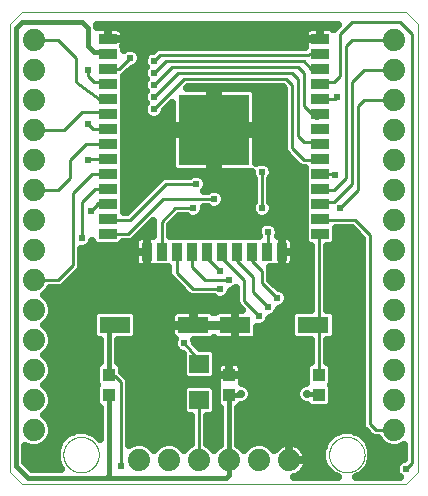
<source format=gtl>
G75*
%MOIN*%
%OFA0B0*%
%FSLAX25Y25*%
%IPPOS*%
%LPD*%
%AMOC8*
5,1,8,0,0,1.08239X$1,22.5*
%
%ADD10C,0.00000*%
%ADD11R,0.03937X0.04331*%
%ADD12R,0.04331X0.03937*%
%ADD13R,0.05906X0.03543*%
%ADD14R,0.03543X0.05906*%
%ADD15R,0.23622X0.23622*%
%ADD16R,0.10433X0.05512*%
%ADD17R,0.06600X0.06000*%
%ADD18C,0.07400*%
%ADD19C,0.02500*%
%ADD20C,0.02400*%
%ADD21C,0.01600*%
%ADD22C,0.02800*%
%ADD23C,0.01000*%
D10*
X0002250Y0006187D02*
X0006187Y0002250D01*
X0134140Y0002250D01*
X0138077Y0006187D01*
X0138077Y0155793D01*
X0134140Y0159730D01*
X0006187Y0159730D01*
X0002250Y0155793D01*
X0002250Y0006187D01*
X0019966Y0012093D02*
X0019968Y0012246D01*
X0019974Y0012400D01*
X0019984Y0012553D01*
X0019998Y0012705D01*
X0020016Y0012858D01*
X0020038Y0013009D01*
X0020063Y0013160D01*
X0020093Y0013311D01*
X0020127Y0013461D01*
X0020164Y0013609D01*
X0020205Y0013757D01*
X0020250Y0013903D01*
X0020299Y0014049D01*
X0020352Y0014193D01*
X0020408Y0014335D01*
X0020468Y0014476D01*
X0020532Y0014616D01*
X0020599Y0014754D01*
X0020670Y0014890D01*
X0020745Y0015024D01*
X0020822Y0015156D01*
X0020904Y0015286D01*
X0020988Y0015414D01*
X0021076Y0015540D01*
X0021167Y0015663D01*
X0021261Y0015784D01*
X0021359Y0015902D01*
X0021459Y0016018D01*
X0021563Y0016131D01*
X0021669Y0016242D01*
X0021778Y0016350D01*
X0021890Y0016455D01*
X0022004Y0016556D01*
X0022122Y0016655D01*
X0022241Y0016751D01*
X0022363Y0016844D01*
X0022488Y0016933D01*
X0022615Y0017020D01*
X0022744Y0017102D01*
X0022875Y0017182D01*
X0023008Y0017258D01*
X0023143Y0017331D01*
X0023280Y0017400D01*
X0023419Y0017465D01*
X0023559Y0017527D01*
X0023701Y0017585D01*
X0023844Y0017640D01*
X0023989Y0017691D01*
X0024135Y0017738D01*
X0024282Y0017781D01*
X0024430Y0017820D01*
X0024579Y0017856D01*
X0024729Y0017887D01*
X0024880Y0017915D01*
X0025031Y0017939D01*
X0025184Y0017959D01*
X0025336Y0017975D01*
X0025489Y0017987D01*
X0025642Y0017995D01*
X0025795Y0017999D01*
X0025949Y0017999D01*
X0026102Y0017995D01*
X0026255Y0017987D01*
X0026408Y0017975D01*
X0026560Y0017959D01*
X0026713Y0017939D01*
X0026864Y0017915D01*
X0027015Y0017887D01*
X0027165Y0017856D01*
X0027314Y0017820D01*
X0027462Y0017781D01*
X0027609Y0017738D01*
X0027755Y0017691D01*
X0027900Y0017640D01*
X0028043Y0017585D01*
X0028185Y0017527D01*
X0028325Y0017465D01*
X0028464Y0017400D01*
X0028601Y0017331D01*
X0028736Y0017258D01*
X0028869Y0017182D01*
X0029000Y0017102D01*
X0029129Y0017020D01*
X0029256Y0016933D01*
X0029381Y0016844D01*
X0029503Y0016751D01*
X0029622Y0016655D01*
X0029740Y0016556D01*
X0029854Y0016455D01*
X0029966Y0016350D01*
X0030075Y0016242D01*
X0030181Y0016131D01*
X0030285Y0016018D01*
X0030385Y0015902D01*
X0030483Y0015784D01*
X0030577Y0015663D01*
X0030668Y0015540D01*
X0030756Y0015414D01*
X0030840Y0015286D01*
X0030922Y0015156D01*
X0030999Y0015024D01*
X0031074Y0014890D01*
X0031145Y0014754D01*
X0031212Y0014616D01*
X0031276Y0014476D01*
X0031336Y0014335D01*
X0031392Y0014193D01*
X0031445Y0014049D01*
X0031494Y0013903D01*
X0031539Y0013757D01*
X0031580Y0013609D01*
X0031617Y0013461D01*
X0031651Y0013311D01*
X0031681Y0013160D01*
X0031706Y0013009D01*
X0031728Y0012858D01*
X0031746Y0012705D01*
X0031760Y0012553D01*
X0031770Y0012400D01*
X0031776Y0012246D01*
X0031778Y0012093D01*
X0031776Y0011940D01*
X0031770Y0011786D01*
X0031760Y0011633D01*
X0031746Y0011481D01*
X0031728Y0011328D01*
X0031706Y0011177D01*
X0031681Y0011026D01*
X0031651Y0010875D01*
X0031617Y0010725D01*
X0031580Y0010577D01*
X0031539Y0010429D01*
X0031494Y0010283D01*
X0031445Y0010137D01*
X0031392Y0009993D01*
X0031336Y0009851D01*
X0031276Y0009710D01*
X0031212Y0009570D01*
X0031145Y0009432D01*
X0031074Y0009296D01*
X0030999Y0009162D01*
X0030922Y0009030D01*
X0030840Y0008900D01*
X0030756Y0008772D01*
X0030668Y0008646D01*
X0030577Y0008523D01*
X0030483Y0008402D01*
X0030385Y0008284D01*
X0030285Y0008168D01*
X0030181Y0008055D01*
X0030075Y0007944D01*
X0029966Y0007836D01*
X0029854Y0007731D01*
X0029740Y0007630D01*
X0029622Y0007531D01*
X0029503Y0007435D01*
X0029381Y0007342D01*
X0029256Y0007253D01*
X0029129Y0007166D01*
X0029000Y0007084D01*
X0028869Y0007004D01*
X0028736Y0006928D01*
X0028601Y0006855D01*
X0028464Y0006786D01*
X0028325Y0006721D01*
X0028185Y0006659D01*
X0028043Y0006601D01*
X0027900Y0006546D01*
X0027755Y0006495D01*
X0027609Y0006448D01*
X0027462Y0006405D01*
X0027314Y0006366D01*
X0027165Y0006330D01*
X0027015Y0006299D01*
X0026864Y0006271D01*
X0026713Y0006247D01*
X0026560Y0006227D01*
X0026408Y0006211D01*
X0026255Y0006199D01*
X0026102Y0006191D01*
X0025949Y0006187D01*
X0025795Y0006187D01*
X0025642Y0006191D01*
X0025489Y0006199D01*
X0025336Y0006211D01*
X0025184Y0006227D01*
X0025031Y0006247D01*
X0024880Y0006271D01*
X0024729Y0006299D01*
X0024579Y0006330D01*
X0024430Y0006366D01*
X0024282Y0006405D01*
X0024135Y0006448D01*
X0023989Y0006495D01*
X0023844Y0006546D01*
X0023701Y0006601D01*
X0023559Y0006659D01*
X0023419Y0006721D01*
X0023280Y0006786D01*
X0023143Y0006855D01*
X0023008Y0006928D01*
X0022875Y0007004D01*
X0022744Y0007084D01*
X0022615Y0007166D01*
X0022488Y0007253D01*
X0022363Y0007342D01*
X0022241Y0007435D01*
X0022122Y0007531D01*
X0022004Y0007630D01*
X0021890Y0007731D01*
X0021778Y0007836D01*
X0021669Y0007944D01*
X0021563Y0008055D01*
X0021459Y0008168D01*
X0021359Y0008284D01*
X0021261Y0008402D01*
X0021167Y0008523D01*
X0021076Y0008646D01*
X0020988Y0008772D01*
X0020904Y0008900D01*
X0020822Y0009030D01*
X0020745Y0009162D01*
X0020670Y0009296D01*
X0020599Y0009432D01*
X0020532Y0009570D01*
X0020468Y0009710D01*
X0020408Y0009851D01*
X0020352Y0009993D01*
X0020299Y0010137D01*
X0020250Y0010283D01*
X0020205Y0010429D01*
X0020164Y0010577D01*
X0020127Y0010725D01*
X0020093Y0010875D01*
X0020063Y0011026D01*
X0020038Y0011177D01*
X0020016Y0011328D01*
X0019998Y0011481D01*
X0019984Y0011633D01*
X0019974Y0011786D01*
X0019968Y0011940D01*
X0019966Y0012093D01*
X0108549Y0012093D02*
X0108551Y0012246D01*
X0108557Y0012400D01*
X0108567Y0012553D01*
X0108581Y0012705D01*
X0108599Y0012858D01*
X0108621Y0013009D01*
X0108646Y0013160D01*
X0108676Y0013311D01*
X0108710Y0013461D01*
X0108747Y0013609D01*
X0108788Y0013757D01*
X0108833Y0013903D01*
X0108882Y0014049D01*
X0108935Y0014193D01*
X0108991Y0014335D01*
X0109051Y0014476D01*
X0109115Y0014616D01*
X0109182Y0014754D01*
X0109253Y0014890D01*
X0109328Y0015024D01*
X0109405Y0015156D01*
X0109487Y0015286D01*
X0109571Y0015414D01*
X0109659Y0015540D01*
X0109750Y0015663D01*
X0109844Y0015784D01*
X0109942Y0015902D01*
X0110042Y0016018D01*
X0110146Y0016131D01*
X0110252Y0016242D01*
X0110361Y0016350D01*
X0110473Y0016455D01*
X0110587Y0016556D01*
X0110705Y0016655D01*
X0110824Y0016751D01*
X0110946Y0016844D01*
X0111071Y0016933D01*
X0111198Y0017020D01*
X0111327Y0017102D01*
X0111458Y0017182D01*
X0111591Y0017258D01*
X0111726Y0017331D01*
X0111863Y0017400D01*
X0112002Y0017465D01*
X0112142Y0017527D01*
X0112284Y0017585D01*
X0112427Y0017640D01*
X0112572Y0017691D01*
X0112718Y0017738D01*
X0112865Y0017781D01*
X0113013Y0017820D01*
X0113162Y0017856D01*
X0113312Y0017887D01*
X0113463Y0017915D01*
X0113614Y0017939D01*
X0113767Y0017959D01*
X0113919Y0017975D01*
X0114072Y0017987D01*
X0114225Y0017995D01*
X0114378Y0017999D01*
X0114532Y0017999D01*
X0114685Y0017995D01*
X0114838Y0017987D01*
X0114991Y0017975D01*
X0115143Y0017959D01*
X0115296Y0017939D01*
X0115447Y0017915D01*
X0115598Y0017887D01*
X0115748Y0017856D01*
X0115897Y0017820D01*
X0116045Y0017781D01*
X0116192Y0017738D01*
X0116338Y0017691D01*
X0116483Y0017640D01*
X0116626Y0017585D01*
X0116768Y0017527D01*
X0116908Y0017465D01*
X0117047Y0017400D01*
X0117184Y0017331D01*
X0117319Y0017258D01*
X0117452Y0017182D01*
X0117583Y0017102D01*
X0117712Y0017020D01*
X0117839Y0016933D01*
X0117964Y0016844D01*
X0118086Y0016751D01*
X0118205Y0016655D01*
X0118323Y0016556D01*
X0118437Y0016455D01*
X0118549Y0016350D01*
X0118658Y0016242D01*
X0118764Y0016131D01*
X0118868Y0016018D01*
X0118968Y0015902D01*
X0119066Y0015784D01*
X0119160Y0015663D01*
X0119251Y0015540D01*
X0119339Y0015414D01*
X0119423Y0015286D01*
X0119505Y0015156D01*
X0119582Y0015024D01*
X0119657Y0014890D01*
X0119728Y0014754D01*
X0119795Y0014616D01*
X0119859Y0014476D01*
X0119919Y0014335D01*
X0119975Y0014193D01*
X0120028Y0014049D01*
X0120077Y0013903D01*
X0120122Y0013757D01*
X0120163Y0013609D01*
X0120200Y0013461D01*
X0120234Y0013311D01*
X0120264Y0013160D01*
X0120289Y0013009D01*
X0120311Y0012858D01*
X0120329Y0012705D01*
X0120343Y0012553D01*
X0120353Y0012400D01*
X0120359Y0012246D01*
X0120361Y0012093D01*
X0120359Y0011940D01*
X0120353Y0011786D01*
X0120343Y0011633D01*
X0120329Y0011481D01*
X0120311Y0011328D01*
X0120289Y0011177D01*
X0120264Y0011026D01*
X0120234Y0010875D01*
X0120200Y0010725D01*
X0120163Y0010577D01*
X0120122Y0010429D01*
X0120077Y0010283D01*
X0120028Y0010137D01*
X0119975Y0009993D01*
X0119919Y0009851D01*
X0119859Y0009710D01*
X0119795Y0009570D01*
X0119728Y0009432D01*
X0119657Y0009296D01*
X0119582Y0009162D01*
X0119505Y0009030D01*
X0119423Y0008900D01*
X0119339Y0008772D01*
X0119251Y0008646D01*
X0119160Y0008523D01*
X0119066Y0008402D01*
X0118968Y0008284D01*
X0118868Y0008168D01*
X0118764Y0008055D01*
X0118658Y0007944D01*
X0118549Y0007836D01*
X0118437Y0007731D01*
X0118323Y0007630D01*
X0118205Y0007531D01*
X0118086Y0007435D01*
X0117964Y0007342D01*
X0117839Y0007253D01*
X0117712Y0007166D01*
X0117583Y0007084D01*
X0117452Y0007004D01*
X0117319Y0006928D01*
X0117184Y0006855D01*
X0117047Y0006786D01*
X0116908Y0006721D01*
X0116768Y0006659D01*
X0116626Y0006601D01*
X0116483Y0006546D01*
X0116338Y0006495D01*
X0116192Y0006448D01*
X0116045Y0006405D01*
X0115897Y0006366D01*
X0115748Y0006330D01*
X0115598Y0006299D01*
X0115447Y0006271D01*
X0115296Y0006247D01*
X0115143Y0006227D01*
X0114991Y0006211D01*
X0114838Y0006199D01*
X0114685Y0006191D01*
X0114532Y0006187D01*
X0114378Y0006187D01*
X0114225Y0006191D01*
X0114072Y0006199D01*
X0113919Y0006211D01*
X0113767Y0006227D01*
X0113614Y0006247D01*
X0113463Y0006271D01*
X0113312Y0006299D01*
X0113162Y0006330D01*
X0113013Y0006366D01*
X0112865Y0006405D01*
X0112718Y0006448D01*
X0112572Y0006495D01*
X0112427Y0006546D01*
X0112284Y0006601D01*
X0112142Y0006659D01*
X0112002Y0006721D01*
X0111863Y0006786D01*
X0111726Y0006855D01*
X0111591Y0006928D01*
X0111458Y0007004D01*
X0111327Y0007084D01*
X0111198Y0007166D01*
X0111071Y0007253D01*
X0110946Y0007342D01*
X0110824Y0007435D01*
X0110705Y0007531D01*
X0110587Y0007630D01*
X0110473Y0007731D01*
X0110361Y0007836D01*
X0110252Y0007944D01*
X0110146Y0008055D01*
X0110042Y0008168D01*
X0109942Y0008284D01*
X0109844Y0008402D01*
X0109750Y0008523D01*
X0109659Y0008646D01*
X0109571Y0008772D01*
X0109487Y0008900D01*
X0109405Y0009030D01*
X0109328Y0009162D01*
X0109253Y0009296D01*
X0109182Y0009432D01*
X0109115Y0009570D01*
X0109051Y0009710D01*
X0108991Y0009851D01*
X0108935Y0009993D01*
X0108882Y0010137D01*
X0108833Y0010283D01*
X0108788Y0010429D01*
X0108747Y0010577D01*
X0108710Y0010725D01*
X0108676Y0010875D01*
X0108646Y0011026D01*
X0108621Y0011177D01*
X0108599Y0011328D01*
X0108581Y0011481D01*
X0108567Y0011633D01*
X0108557Y0011786D01*
X0108551Y0011940D01*
X0108549Y0012093D01*
D11*
X0075250Y0031904D03*
X0075250Y0038596D03*
D12*
X0105250Y0038596D03*
X0105250Y0031904D03*
X0035250Y0031904D03*
X0035250Y0038596D03*
D13*
X0034817Y0085565D03*
X0034817Y0090565D03*
X0034817Y0095565D03*
X0034817Y0100565D03*
X0034817Y0105565D03*
X0034817Y0110565D03*
X0034817Y0115565D03*
X0034817Y0120565D03*
X0034817Y0125565D03*
X0034817Y0130565D03*
X0034817Y0135565D03*
X0034817Y0140565D03*
X0034817Y0145565D03*
X0034817Y0150565D03*
X0105683Y0150565D03*
X0105683Y0145565D03*
X0105683Y0140565D03*
X0105683Y0135565D03*
X0105683Y0130565D03*
X0105683Y0125565D03*
X0105683Y0120565D03*
X0105683Y0115565D03*
X0105683Y0110565D03*
X0105683Y0105565D03*
X0105683Y0100565D03*
X0105683Y0095565D03*
X0105683Y0090565D03*
X0105683Y0085565D03*
D14*
X0092750Y0079699D03*
X0087750Y0079699D03*
X0082750Y0079699D03*
X0077750Y0079699D03*
X0072750Y0079699D03*
X0067750Y0079699D03*
X0062750Y0079699D03*
X0057750Y0079699D03*
X0052750Y0079699D03*
X0047750Y0079699D03*
D15*
X0070250Y0120250D03*
D16*
X0063341Y0055250D03*
X0077159Y0055250D03*
X0103341Y0055250D03*
X0037159Y0055250D03*
D17*
X0065250Y0042250D03*
X0065250Y0030250D03*
D18*
X0065250Y0010250D03*
X0055250Y0010250D03*
X0045250Y0010250D03*
X0075250Y0010250D03*
X0085250Y0010250D03*
X0095250Y0010250D03*
X0130250Y0020250D03*
X0130250Y0030250D03*
X0130250Y0040250D03*
X0130250Y0050250D03*
X0130250Y0060250D03*
X0130250Y0070250D03*
X0130250Y0080250D03*
X0130250Y0090250D03*
X0130250Y0100250D03*
X0130250Y0110250D03*
X0130250Y0120250D03*
X0130250Y0130250D03*
X0130250Y0140250D03*
X0130250Y0150250D03*
X0010250Y0150250D03*
X0010250Y0140250D03*
X0010250Y0130250D03*
X0010250Y0120250D03*
X0010250Y0110250D03*
X0010250Y0100250D03*
X0010250Y0090250D03*
X0010250Y0080250D03*
X0010250Y0070250D03*
X0010250Y0060250D03*
X0010250Y0050250D03*
X0010250Y0040250D03*
X0010250Y0030250D03*
X0010250Y0020250D03*
D19*
X0013665Y0025250D02*
X0015294Y0026880D01*
X0016200Y0029066D01*
X0016200Y0031434D01*
X0015294Y0033620D01*
X0013665Y0035250D01*
X0015294Y0036880D01*
X0016200Y0039066D01*
X0016200Y0041434D01*
X0015294Y0043620D01*
X0013665Y0045250D01*
X0015294Y0046880D01*
X0016200Y0049066D01*
X0016200Y0051434D01*
X0015294Y0053620D01*
X0013665Y0055250D01*
X0015294Y0056880D01*
X0016200Y0059066D01*
X0016200Y0061434D01*
X0015294Y0063620D01*
X0013665Y0065250D01*
X0015294Y0066880D01*
X0015551Y0067500D01*
X0018797Y0067500D01*
X0019808Y0067919D01*
X0020581Y0068692D01*
X0025581Y0073692D01*
X0026000Y0074703D01*
X0026000Y0080800D01*
X0026936Y0080800D01*
X0028204Y0081325D01*
X0029175Y0082296D01*
X0029614Y0083357D01*
X0029614Y0082861D01*
X0030932Y0081543D01*
X0038702Y0081543D01*
X0039973Y0082815D01*
X0042112Y0082815D01*
X0043123Y0083234D01*
X0050000Y0090111D01*
X0050000Y0084855D01*
X0049998Y0084853D01*
X0049818Y0084902D01*
X0047750Y0084902D01*
X0045682Y0084902D01*
X0045110Y0084748D01*
X0044597Y0084452D01*
X0044178Y0084033D01*
X0043882Y0083520D01*
X0043728Y0082948D01*
X0043728Y0079699D01*
X0047750Y0079699D01*
X0047750Y0079699D01*
X0047750Y0084902D01*
X0047750Y0079699D01*
X0047750Y0079699D01*
X0043728Y0079699D01*
X0043728Y0076450D01*
X0043882Y0075878D01*
X0044178Y0075365D01*
X0044597Y0074946D01*
X0045110Y0074649D01*
X0045682Y0074496D01*
X0047750Y0074496D01*
X0049818Y0074496D01*
X0049998Y0074544D01*
X0050046Y0074496D01*
X0055000Y0074496D01*
X0055000Y0072203D01*
X0055419Y0071192D01*
X0060919Y0065692D01*
X0061692Y0064919D01*
X0062703Y0064500D01*
X0070121Y0064500D01*
X0070296Y0064325D01*
X0071564Y0063800D01*
X0072936Y0063800D01*
X0074204Y0064325D01*
X0075175Y0065296D01*
X0075700Y0066564D01*
X0075700Y0066800D01*
X0075936Y0066800D01*
X0077204Y0067325D01*
X0077500Y0067621D01*
X0077500Y0062703D01*
X0077919Y0061692D01*
X0079355Y0060256D01*
X0077287Y0060256D01*
X0077287Y0055378D01*
X0077031Y0055378D01*
X0077031Y0055122D01*
X0063469Y0055122D01*
X0063469Y0055378D01*
X0070807Y0055378D01*
X0077031Y0055378D01*
X0077031Y0060256D01*
X0071647Y0060256D01*
X0071074Y0060103D01*
X0070561Y0059806D01*
X0070250Y0059495D01*
X0069939Y0059806D01*
X0069426Y0060103D01*
X0068853Y0060256D01*
X0063469Y0060256D01*
X0063469Y0055378D01*
X0063213Y0055378D01*
X0063213Y0060256D01*
X0057828Y0060256D01*
X0057256Y0060103D01*
X0056742Y0059806D01*
X0056324Y0059387D01*
X0056027Y0058874D01*
X0055874Y0058302D01*
X0055874Y0055378D01*
X0063213Y0055378D01*
X0063213Y0055122D01*
X0055874Y0055122D01*
X0055874Y0052198D01*
X0056027Y0051626D01*
X0056324Y0051113D01*
X0056742Y0050694D01*
X0057042Y0050521D01*
X0056800Y0049936D01*
X0056800Y0048564D01*
X0057325Y0047296D01*
X0058296Y0046325D01*
X0059564Y0045800D01*
X0059585Y0045800D01*
X0059700Y0045666D01*
X0059700Y0038318D01*
X0061018Y0037000D01*
X0069482Y0037000D01*
X0070800Y0038318D01*
X0070800Y0046182D01*
X0069482Y0047500D01*
X0065372Y0047500D01*
X0063700Y0049451D01*
X0063700Y0049936D01*
X0063572Y0050244D01*
X0068853Y0050244D01*
X0069426Y0050397D01*
X0069939Y0050694D01*
X0070250Y0051005D01*
X0070561Y0050694D01*
X0071074Y0050397D01*
X0071647Y0050244D01*
X0077031Y0050244D01*
X0077031Y0055122D01*
X0077287Y0055122D01*
X0077287Y0050244D01*
X0082672Y0050244D01*
X0083244Y0050397D01*
X0083758Y0050694D01*
X0084176Y0051113D01*
X0084473Y0051626D01*
X0084626Y0052198D01*
X0084626Y0054800D01*
X0085936Y0054800D01*
X0087204Y0055325D01*
X0088175Y0056296D01*
X0088700Y0057564D01*
X0088700Y0057800D01*
X0088936Y0057800D01*
X0090204Y0058325D01*
X0091175Y0059296D01*
X0091700Y0060564D01*
X0091700Y0060800D01*
X0091936Y0060800D01*
X0093204Y0061325D01*
X0094175Y0062296D01*
X0094700Y0063564D01*
X0094700Y0064936D01*
X0094175Y0066204D01*
X0093204Y0067175D01*
X0091936Y0067700D01*
X0091689Y0067700D01*
X0089000Y0070389D01*
X0089000Y0073797D01*
X0088710Y0074496D01*
X0090454Y0074496D01*
X0090502Y0074544D01*
X0090682Y0074496D01*
X0092750Y0074496D01*
X0094818Y0074496D01*
X0095390Y0074649D01*
X0095903Y0074946D01*
X0096322Y0075365D01*
X0096618Y0075878D01*
X0096772Y0076450D01*
X0096772Y0079699D01*
X0096772Y0082948D01*
X0096618Y0083520D01*
X0096322Y0084033D01*
X0095903Y0084452D01*
X0095390Y0084748D01*
X0094818Y0084902D01*
X0092750Y0084902D01*
X0091426Y0084902D01*
X0091700Y0085564D01*
X0091700Y0086936D01*
X0091175Y0088204D01*
X0090204Y0089175D01*
X0088936Y0089700D01*
X0087564Y0089700D01*
X0086296Y0089175D01*
X0085325Y0088204D01*
X0084800Y0086936D01*
X0084800Y0085564D01*
X0085074Y0084902D01*
X0055500Y0084902D01*
X0055500Y0088611D01*
X0058389Y0091500D01*
X0061121Y0091500D01*
X0061296Y0091325D01*
X0062564Y0090800D01*
X0063936Y0090800D01*
X0065204Y0091325D01*
X0066175Y0092296D01*
X0066700Y0093564D01*
X0066700Y0094500D01*
X0068121Y0094500D01*
X0068296Y0094325D01*
X0069564Y0093800D01*
X0070936Y0093800D01*
X0072204Y0094325D01*
X0073175Y0095296D01*
X0073700Y0096564D01*
X0073700Y0097936D01*
X0073175Y0099204D01*
X0072204Y0100175D01*
X0070936Y0100700D01*
X0069564Y0100700D01*
X0068296Y0100175D01*
X0068121Y0100000D01*
X0066879Y0100000D01*
X0067175Y0100296D01*
X0067700Y0101564D01*
X0067700Y0102936D01*
X0067175Y0104204D01*
X0066204Y0105175D01*
X0064936Y0105700D01*
X0063564Y0105700D01*
X0062296Y0105175D01*
X0062121Y0105000D01*
X0053703Y0105000D01*
X0052692Y0104581D01*
X0041111Y0093000D01*
X0040020Y0093000D01*
X0040020Y0138191D01*
X0040123Y0138234D01*
X0042689Y0140800D01*
X0042936Y0140800D01*
X0044204Y0141325D01*
X0045175Y0142296D01*
X0045700Y0143564D01*
X0045700Y0144936D01*
X0045175Y0146204D01*
X0044204Y0147175D01*
X0042936Y0147700D01*
X0041564Y0147700D01*
X0040296Y0147175D01*
X0040020Y0146899D01*
X0040020Y0148269D01*
X0039971Y0148317D01*
X0040020Y0148497D01*
X0040020Y0150565D01*
X0040020Y0152633D01*
X0039866Y0153205D01*
X0039570Y0153718D01*
X0039151Y0154137D01*
X0038638Y0154433D01*
X0038066Y0154587D01*
X0034817Y0154587D01*
X0034817Y0150565D01*
X0040020Y0150565D01*
X0034817Y0150565D01*
X0034817Y0150565D01*
X0034817Y0150565D01*
X0034817Y0154587D01*
X0031568Y0154587D01*
X0031300Y0154515D01*
X0031300Y0154857D01*
X0031137Y0155250D01*
X0111361Y0155250D01*
X0110692Y0154581D01*
X0110133Y0154022D01*
X0110017Y0154137D01*
X0109504Y0154433D01*
X0108932Y0154587D01*
X0105683Y0154587D01*
X0102434Y0154587D01*
X0101862Y0154433D01*
X0101349Y0154137D01*
X0100930Y0153718D01*
X0100634Y0153205D01*
X0100480Y0152633D01*
X0100480Y0150565D01*
X0105683Y0150565D01*
X0105683Y0150565D01*
X0105683Y0154587D01*
X0105683Y0150565D01*
X0105683Y0150565D01*
X0100480Y0150565D01*
X0100480Y0148497D01*
X0100529Y0148317D01*
X0100480Y0148269D01*
X0100480Y0148034D01*
X0100120Y0148000D01*
X0051703Y0148000D01*
X0050692Y0147581D01*
X0049919Y0146808D01*
X0049811Y0146700D01*
X0049564Y0146700D01*
X0048296Y0146175D01*
X0047325Y0145204D01*
X0046800Y0143936D01*
X0046800Y0142564D01*
X0047325Y0141296D01*
X0047371Y0141250D01*
X0047325Y0141204D01*
X0046800Y0139936D01*
X0046800Y0138564D01*
X0047325Y0137296D01*
X0047371Y0137250D01*
X0047325Y0137204D01*
X0046800Y0135936D01*
X0046800Y0134564D01*
X0047325Y0133296D01*
X0047371Y0133250D01*
X0047325Y0133204D01*
X0046800Y0131936D01*
X0046800Y0130564D01*
X0047325Y0129296D01*
X0047371Y0129250D01*
X0047325Y0129204D01*
X0046800Y0127936D01*
X0046800Y0126564D01*
X0047325Y0125296D01*
X0048296Y0124325D01*
X0049564Y0123800D01*
X0050936Y0123800D01*
X0052204Y0124325D01*
X0053175Y0125296D01*
X0053700Y0126564D01*
X0053700Y0126811D01*
X0056189Y0129300D01*
X0056189Y0121500D01*
X0069000Y0121500D01*
X0069000Y0134311D01*
X0061200Y0134311D01*
X0061389Y0134500D01*
X0093111Y0134500D01*
X0093500Y0134111D01*
X0093500Y0113703D01*
X0093919Y0112692D01*
X0097919Y0108692D01*
X0098692Y0107919D01*
X0099703Y0107500D01*
X0100480Y0107500D01*
X0100480Y0082861D01*
X0101798Y0081543D01*
X0102500Y0081543D01*
X0102500Y0060256D01*
X0097192Y0060256D01*
X0095874Y0058938D01*
X0095874Y0051562D01*
X0097192Y0050244D01*
X0102500Y0050244D01*
X0102500Y0042815D01*
X0102153Y0042815D01*
X0100835Y0041497D01*
X0100835Y0035900D01*
X0100524Y0035900D01*
X0099182Y0035344D01*
X0098156Y0034318D01*
X0097600Y0032976D01*
X0097600Y0031524D01*
X0098156Y0030182D01*
X0099182Y0029156D01*
X0100524Y0028600D01*
X0101238Y0028600D01*
X0102153Y0027685D01*
X0108347Y0027685D01*
X0109665Y0029003D01*
X0109665Y0034804D01*
X0109219Y0035250D01*
X0109665Y0035696D01*
X0109665Y0041497D01*
X0108347Y0042815D01*
X0108000Y0042815D01*
X0108000Y0050244D01*
X0109489Y0050244D01*
X0110807Y0051562D01*
X0110807Y0058938D01*
X0109489Y0060256D01*
X0108000Y0060256D01*
X0108000Y0081543D01*
X0109568Y0081543D01*
X0110886Y0082861D01*
X0110886Y0087500D01*
X0116111Y0087500D01*
X0119500Y0084111D01*
X0119500Y0021703D01*
X0119919Y0020692D01*
X0120692Y0019919D01*
X0121919Y0018692D01*
X0122692Y0017919D01*
X0123703Y0017500D01*
X0124949Y0017500D01*
X0125206Y0016880D01*
X0126880Y0015206D01*
X0129066Y0014300D01*
X0131434Y0014300D01*
X0133500Y0015156D01*
X0133500Y0010674D01*
X0132296Y0010175D01*
X0131325Y0009204D01*
X0130800Y0007936D01*
X0130800Y0006564D01*
X0131325Y0005296D01*
X0132121Y0004500D01*
X0117436Y0004500D01*
X0119074Y0005179D01*
X0121369Y0007473D01*
X0122610Y0010470D01*
X0122610Y0013715D01*
X0121369Y0016712D01*
X0119074Y0019006D01*
X0116077Y0020248D01*
X0112832Y0020248D01*
X0109835Y0019006D01*
X0107541Y0016712D01*
X0106299Y0013715D01*
X0106299Y0010470D01*
X0107541Y0007473D01*
X0109835Y0005179D01*
X0111473Y0004500D01*
X0096808Y0004500D01*
X0097534Y0004736D01*
X0098368Y0005161D01*
X0099126Y0005712D01*
X0099788Y0006374D01*
X0100339Y0007132D01*
X0100764Y0007966D01*
X0101053Y0008857D01*
X0101200Y0009782D01*
X0101200Y0010250D01*
X0101200Y0010718D01*
X0101053Y0011643D01*
X0100764Y0012534D01*
X0100339Y0013368D01*
X0099788Y0014126D01*
X0099126Y0014788D01*
X0098368Y0015339D01*
X0097534Y0015764D01*
X0096643Y0016053D01*
X0095718Y0016200D01*
X0095250Y0016200D01*
X0095250Y0010250D01*
X0095250Y0010250D01*
X0101200Y0010250D01*
X0095250Y0010250D01*
X0095250Y0010250D01*
X0095250Y0016200D01*
X0094782Y0016200D01*
X0093857Y0016053D01*
X0092966Y0015764D01*
X0092132Y0015339D01*
X0091374Y0014788D01*
X0090712Y0014126D01*
X0090312Y0013577D01*
X0090294Y0013620D01*
X0088620Y0015294D01*
X0086434Y0016200D01*
X0084066Y0016200D01*
X0081880Y0015294D01*
X0080250Y0013665D01*
X0078620Y0015294D01*
X0078300Y0015427D01*
X0078300Y0027638D01*
X0079262Y0028600D01*
X0079976Y0028600D01*
X0081318Y0029156D01*
X0082344Y0030182D01*
X0082900Y0031524D01*
X0082900Y0032976D01*
X0082344Y0034318D01*
X0081318Y0035344D01*
X0079976Y0035900D01*
X0079406Y0035900D01*
X0079468Y0036135D01*
X0079468Y0038596D01*
X0075250Y0038596D01*
X0071031Y0038596D01*
X0071031Y0036135D01*
X0071185Y0035563D01*
X0071334Y0035304D01*
X0071031Y0035001D01*
X0071031Y0028806D01*
X0072200Y0027638D01*
X0072200Y0015427D01*
X0071880Y0015294D01*
X0070250Y0013665D01*
X0068620Y0015294D01*
X0068000Y0015551D01*
X0068000Y0025000D01*
X0069482Y0025000D01*
X0070800Y0026318D01*
X0070800Y0034182D01*
X0069482Y0035500D01*
X0061018Y0035500D01*
X0059700Y0034182D01*
X0059700Y0026318D01*
X0061018Y0025000D01*
X0062500Y0025000D01*
X0062500Y0015551D01*
X0061880Y0015294D01*
X0060250Y0013665D01*
X0058620Y0015294D01*
X0056434Y0016200D01*
X0054066Y0016200D01*
X0051880Y0015294D01*
X0050250Y0013665D01*
X0048620Y0015294D01*
X0046434Y0016200D01*
X0044066Y0016200D01*
X0042000Y0015344D01*
X0042000Y0036797D01*
X0041581Y0037808D01*
X0039665Y0039724D01*
X0039665Y0041497D01*
X0038347Y0042815D01*
X0038300Y0042815D01*
X0038300Y0050244D01*
X0043308Y0050244D01*
X0044626Y0051562D01*
X0044626Y0058938D01*
X0043308Y0060256D01*
X0031011Y0060256D01*
X0029693Y0058938D01*
X0029693Y0051562D01*
X0031011Y0050244D01*
X0032200Y0050244D01*
X0032200Y0042815D01*
X0032153Y0042815D01*
X0030835Y0041497D01*
X0030835Y0035696D01*
X0031281Y0035250D01*
X0030835Y0034804D01*
X0030835Y0029003D01*
X0032153Y0027685D01*
X0032200Y0027685D01*
X0032200Y0017298D01*
X0030492Y0019006D01*
X0027494Y0020248D01*
X0024250Y0020248D01*
X0021252Y0019006D01*
X0018958Y0016712D01*
X0017717Y0013715D01*
X0017717Y0010470D01*
X0018958Y0007473D01*
X0019131Y0007300D01*
X0009513Y0007300D01*
X0007300Y0009513D01*
X0007300Y0015032D01*
X0009066Y0014300D01*
X0011434Y0014300D01*
X0013620Y0015206D01*
X0015294Y0016880D01*
X0016200Y0019066D01*
X0016200Y0021434D01*
X0015294Y0023620D01*
X0013665Y0025250D01*
X0014178Y0024737D02*
X0032200Y0024737D01*
X0032200Y0027235D02*
X0015441Y0027235D01*
X0016200Y0029734D02*
X0030835Y0029734D01*
X0030835Y0032232D02*
X0015869Y0032232D01*
X0014184Y0034731D02*
X0030835Y0034731D01*
X0030835Y0037229D02*
X0015439Y0037229D01*
X0016200Y0039728D02*
X0030835Y0039728D01*
X0031564Y0042226D02*
X0015872Y0042226D01*
X0014190Y0044725D02*
X0032200Y0044725D01*
X0032200Y0047223D02*
X0015436Y0047223D01*
X0016200Y0049722D02*
X0032200Y0049722D01*
X0029693Y0052220D02*
X0015874Y0052220D01*
X0014196Y0054719D02*
X0029693Y0054719D01*
X0029693Y0057217D02*
X0015434Y0057217D01*
X0016200Y0059716D02*
X0030471Y0059716D01*
X0038300Y0049722D02*
X0056800Y0049722D01*
X0055874Y0052220D02*
X0044626Y0052220D01*
X0044626Y0054719D02*
X0055874Y0054719D01*
X0055874Y0057217D02*
X0044626Y0057217D01*
X0043848Y0059716D02*
X0056652Y0059716D01*
X0063213Y0059716D02*
X0063469Y0059716D01*
X0063469Y0057217D02*
X0063213Y0057217D01*
X0063700Y0049722D02*
X0102500Y0049722D01*
X0102500Y0047223D02*
X0069759Y0047223D01*
X0070800Y0044725D02*
X0102500Y0044725D01*
X0101564Y0042226D02*
X0078936Y0042226D01*
X0079019Y0042143D02*
X0078600Y0042562D01*
X0078087Y0042858D01*
X0077515Y0043012D01*
X0075250Y0043012D01*
X0072985Y0043012D01*
X0072413Y0042858D01*
X0071900Y0042562D01*
X0071481Y0042143D01*
X0071185Y0041630D01*
X0071031Y0041058D01*
X0071031Y0038597D01*
X0075250Y0038597D01*
X0075250Y0043012D01*
X0075250Y0038597D01*
X0075250Y0038597D01*
X0075250Y0038596D01*
X0075250Y0038597D01*
X0079468Y0038597D01*
X0079468Y0041058D01*
X0079315Y0041630D01*
X0079019Y0042143D01*
X0079468Y0039728D02*
X0100835Y0039728D01*
X0100835Y0037229D02*
X0079468Y0037229D01*
X0081931Y0034731D02*
X0098569Y0034731D01*
X0097600Y0032232D02*
X0082900Y0032232D01*
X0081896Y0029734D02*
X0098604Y0029734D01*
X0108070Y0017241D02*
X0078300Y0017241D01*
X0078300Y0019740D02*
X0111605Y0019740D01*
X0117304Y0019740D02*
X0120871Y0019740D01*
X0121919Y0018692D02*
X0121919Y0018692D01*
X0120840Y0017241D02*
X0125056Y0017241D01*
X0122184Y0014743D02*
X0127998Y0014743D01*
X0132502Y0014743D02*
X0133500Y0014743D01*
X0133500Y0012244D02*
X0122610Y0012244D01*
X0122310Y0009746D02*
X0131867Y0009746D01*
X0130800Y0007247D02*
X0121143Y0007247D01*
X0118036Y0004749D02*
X0131872Y0004749D01*
X0119500Y0022238D02*
X0078300Y0022238D01*
X0078300Y0024737D02*
X0119500Y0024737D01*
X0119500Y0027235D02*
X0078300Y0027235D01*
X0072200Y0027235D02*
X0070800Y0027235D01*
X0072200Y0024737D02*
X0068000Y0024737D01*
X0068000Y0022238D02*
X0072200Y0022238D01*
X0072200Y0019740D02*
X0068000Y0019740D01*
X0068000Y0017241D02*
X0072200Y0017241D01*
X0071328Y0014743D02*
X0069172Y0014743D01*
X0062500Y0017241D02*
X0042000Y0017241D01*
X0042000Y0019740D02*
X0062500Y0019740D01*
X0062500Y0022238D02*
X0042000Y0022238D01*
X0042000Y0024737D02*
X0062500Y0024737D01*
X0059700Y0027235D02*
X0042000Y0027235D01*
X0042000Y0029734D02*
X0059700Y0029734D01*
X0059700Y0032232D02*
X0042000Y0032232D01*
X0042000Y0034731D02*
X0060249Y0034731D01*
X0060789Y0037229D02*
X0041821Y0037229D01*
X0039665Y0039728D02*
X0059700Y0039728D01*
X0059700Y0042226D02*
X0038936Y0042226D01*
X0038300Y0044725D02*
X0059700Y0044725D01*
X0057398Y0047223D02*
X0038300Y0047223D01*
X0032200Y0022238D02*
X0015867Y0022238D01*
X0016200Y0019740D02*
X0023022Y0019740D01*
X0019487Y0017241D02*
X0015444Y0017241D01*
X0018142Y0014743D02*
X0012502Y0014743D01*
X0007998Y0014743D02*
X0007300Y0014743D01*
X0007300Y0012244D02*
X0017717Y0012244D01*
X0018017Y0009746D02*
X0007300Y0009746D01*
X0028722Y0019740D02*
X0032200Y0019740D01*
X0049172Y0014743D02*
X0051328Y0014743D01*
X0059172Y0014743D02*
X0061328Y0014743D01*
X0070800Y0029734D02*
X0071031Y0029734D01*
X0071031Y0032232D02*
X0070800Y0032232D01*
X0071031Y0034731D02*
X0070251Y0034731D01*
X0069711Y0037229D02*
X0071031Y0037229D01*
X0071031Y0039728D02*
X0070800Y0039728D01*
X0070800Y0042226D02*
X0071564Y0042226D01*
X0075250Y0042226D02*
X0075250Y0042226D01*
X0075250Y0039728D02*
X0075250Y0039728D01*
X0077031Y0052220D02*
X0077287Y0052220D01*
X0077287Y0054719D02*
X0077031Y0054719D01*
X0077031Y0057217D02*
X0077287Y0057217D01*
X0077287Y0059716D02*
X0077031Y0059716D01*
X0077702Y0062214D02*
X0015877Y0062214D01*
X0014202Y0064713D02*
X0062189Y0064713D01*
X0060919Y0065692D02*
X0060919Y0065692D01*
X0059400Y0067211D02*
X0015432Y0067211D01*
X0021599Y0069710D02*
X0056901Y0069710D01*
X0055000Y0072208D02*
X0024097Y0072208D01*
X0026000Y0074707D02*
X0045010Y0074707D01*
X0047750Y0074707D02*
X0047750Y0074707D01*
X0047750Y0074496D02*
X0047750Y0079699D01*
X0047750Y0079699D01*
X0047750Y0074496D01*
X0047750Y0077205D02*
X0047750Y0077205D01*
X0047750Y0079704D02*
X0047750Y0079704D01*
X0047750Y0082202D02*
X0047750Y0082202D01*
X0047750Y0084701D02*
X0047750Y0084701D01*
X0047088Y0087199D02*
X0050000Y0087199D01*
X0050000Y0089698D02*
X0049587Y0089698D01*
X0045028Y0084701D02*
X0044590Y0084701D01*
X0043728Y0082202D02*
X0039361Y0082202D01*
X0043728Y0079704D02*
X0026000Y0079704D01*
X0026000Y0077205D02*
X0043728Y0077205D01*
X0055500Y0087199D02*
X0084909Y0087199D01*
X0087559Y0089698D02*
X0056587Y0089698D01*
X0047803Y0099692D02*
X0040020Y0099692D01*
X0040020Y0097193D02*
X0045304Y0097193D01*
X0042806Y0094695D02*
X0040020Y0094695D01*
X0040020Y0102190D02*
X0050301Y0102190D01*
X0052952Y0104689D02*
X0040020Y0104689D01*
X0040020Y0107187D02*
X0056563Y0107187D01*
X0056639Y0107057D02*
X0057057Y0106639D01*
X0057570Y0106342D01*
X0058143Y0106189D01*
X0069000Y0106189D01*
X0069000Y0119000D01*
X0071500Y0119000D01*
X0071500Y0121500D01*
X0069000Y0121500D01*
X0069000Y0119000D01*
X0056189Y0119000D01*
X0056189Y0108143D01*
X0056342Y0107570D01*
X0056639Y0107057D01*
X0056189Y0109686D02*
X0040020Y0109686D01*
X0040020Y0112184D02*
X0056189Y0112184D01*
X0056189Y0114683D02*
X0040020Y0114683D01*
X0040020Y0117182D02*
X0056189Y0117182D01*
X0056189Y0122179D02*
X0040020Y0122179D01*
X0040020Y0124677D02*
X0047944Y0124677D01*
X0046800Y0127176D02*
X0040020Y0127176D01*
X0040020Y0129674D02*
X0047169Y0129674D01*
X0046898Y0132173D02*
X0040020Y0132173D01*
X0040020Y0134671D02*
X0046800Y0134671D01*
X0047311Y0137170D02*
X0040020Y0137170D01*
X0041557Y0139668D02*
X0046800Y0139668D01*
X0046964Y0142167D02*
X0045046Y0142167D01*
X0045700Y0144665D02*
X0047102Y0144665D01*
X0044215Y0147164D02*
X0050275Y0147164D01*
X0040285Y0147164D02*
X0040020Y0147164D01*
X0040020Y0149662D02*
X0100480Y0149662D01*
X0100480Y0152161D02*
X0040020Y0152161D01*
X0034817Y0152161D02*
X0034817Y0152161D01*
X0031300Y0154659D02*
X0110770Y0154659D01*
X0110692Y0154581D02*
X0110692Y0154581D01*
X0105683Y0152161D02*
X0105683Y0152161D01*
X0093500Y0132173D02*
X0084311Y0132173D01*
X0084311Y0132357D02*
X0084158Y0132929D01*
X0083861Y0133443D01*
X0083443Y0133861D01*
X0082929Y0134158D01*
X0082357Y0134311D01*
X0071500Y0134311D01*
X0071500Y0121500D01*
X0084311Y0121500D01*
X0084311Y0132357D01*
X0084311Y0129674D02*
X0093500Y0129674D01*
X0093500Y0127176D02*
X0084311Y0127176D01*
X0084311Y0124677D02*
X0093500Y0124677D01*
X0093500Y0122179D02*
X0084311Y0122179D01*
X0084311Y0119000D02*
X0071500Y0119000D01*
X0071500Y0106189D01*
X0082357Y0106189D01*
X0082800Y0106308D01*
X0082800Y0105564D01*
X0083325Y0104296D01*
X0083500Y0104121D01*
X0083500Y0096379D01*
X0083325Y0096204D01*
X0082800Y0094936D01*
X0082800Y0093564D01*
X0083325Y0092296D01*
X0084296Y0091325D01*
X0085564Y0090800D01*
X0086936Y0090800D01*
X0088204Y0091325D01*
X0089175Y0092296D01*
X0089700Y0093564D01*
X0089700Y0094936D01*
X0089175Y0096204D01*
X0089000Y0096379D01*
X0089000Y0104121D01*
X0089175Y0104296D01*
X0089700Y0105564D01*
X0089700Y0106936D01*
X0089175Y0108204D01*
X0088204Y0109175D01*
X0086936Y0109700D01*
X0085564Y0109700D01*
X0084311Y0109181D01*
X0084311Y0119000D01*
X0084311Y0117182D02*
X0093500Y0117182D01*
X0093500Y0119680D02*
X0071500Y0119680D01*
X0071500Y0117182D02*
X0069000Y0117182D01*
X0069000Y0119680D02*
X0040020Y0119680D01*
X0052556Y0124677D02*
X0056189Y0124677D01*
X0056189Y0127176D02*
X0054065Y0127176D01*
X0069000Y0127176D02*
X0071500Y0127176D01*
X0071500Y0124677D02*
X0069000Y0124677D01*
X0069000Y0122179D02*
X0071500Y0122179D01*
X0071500Y0129674D02*
X0069000Y0129674D01*
X0069000Y0132173D02*
X0071500Y0132173D01*
X0071500Y0114683D02*
X0069000Y0114683D01*
X0069000Y0112184D02*
X0071500Y0112184D01*
X0071500Y0109686D02*
X0069000Y0109686D01*
X0069000Y0107187D02*
X0071500Y0107187D01*
X0067700Y0102190D02*
X0083500Y0102190D01*
X0083162Y0104689D02*
X0066690Y0104689D01*
X0072687Y0099692D02*
X0083500Y0099692D01*
X0083500Y0097193D02*
X0073700Y0097193D01*
X0072574Y0094695D02*
X0082800Y0094695D01*
X0083425Y0092196D02*
X0066075Y0092196D01*
X0084311Y0109686D02*
X0085530Y0109686D01*
X0086970Y0109686D02*
X0096925Y0109686D01*
X0094426Y0112184D02*
X0084311Y0112184D01*
X0084311Y0114683D02*
X0093500Y0114683D01*
X0089596Y0107187D02*
X0100480Y0107187D01*
X0100480Y0104689D02*
X0089338Y0104689D01*
X0089000Y0102190D02*
X0100480Y0102190D01*
X0100480Y0099692D02*
X0089000Y0099692D01*
X0089000Y0097193D02*
X0100480Y0097193D01*
X0100480Y0094695D02*
X0089700Y0094695D01*
X0089075Y0092196D02*
X0100480Y0092196D01*
X0100480Y0089698D02*
X0088941Y0089698D01*
X0091591Y0087199D02*
X0100480Y0087199D01*
X0100480Y0084701D02*
X0095472Y0084701D01*
X0092750Y0084701D02*
X0092750Y0084701D01*
X0092750Y0084902D02*
X0092750Y0079699D01*
X0092750Y0079699D01*
X0092750Y0084902D01*
X0092750Y0082202D02*
X0092750Y0082202D01*
X0092750Y0079704D02*
X0092750Y0079704D01*
X0092750Y0079699D02*
X0096772Y0079699D01*
X0092750Y0079699D01*
X0092750Y0079699D01*
X0092750Y0074496D01*
X0092750Y0079699D01*
X0092750Y0079699D01*
X0092750Y0077205D02*
X0092750Y0077205D01*
X0092750Y0074707D02*
X0092750Y0074707D01*
X0095490Y0074707D02*
X0102500Y0074707D01*
X0102500Y0077205D02*
X0096772Y0077205D01*
X0096772Y0079704D02*
X0102500Y0079704D01*
X0101139Y0082202D02*
X0096772Y0082202D01*
X0102500Y0072208D02*
X0089000Y0072208D01*
X0089679Y0069710D02*
X0102500Y0069710D01*
X0102500Y0067211D02*
X0093116Y0067211D01*
X0094700Y0064713D02*
X0102500Y0064713D01*
X0102500Y0062214D02*
X0094093Y0062214D01*
X0096652Y0059716D02*
X0091349Y0059716D01*
X0088556Y0057217D02*
X0095874Y0057217D01*
X0095874Y0054719D02*
X0084626Y0054719D01*
X0084626Y0052220D02*
X0095874Y0052220D01*
X0108000Y0049722D02*
X0119500Y0049722D01*
X0119500Y0052220D02*
X0110807Y0052220D01*
X0110807Y0054719D02*
X0119500Y0054719D01*
X0119500Y0057217D02*
X0110807Y0057217D01*
X0110029Y0059716D02*
X0119500Y0059716D01*
X0119500Y0062214D02*
X0108000Y0062214D01*
X0108000Y0064713D02*
X0119500Y0064713D01*
X0119500Y0067211D02*
X0108000Y0067211D01*
X0108000Y0069710D02*
X0119500Y0069710D01*
X0119500Y0072208D02*
X0108000Y0072208D01*
X0108000Y0074707D02*
X0119500Y0074707D01*
X0119500Y0077205D02*
X0108000Y0077205D01*
X0108000Y0079704D02*
X0119500Y0079704D01*
X0119500Y0082202D02*
X0110227Y0082202D01*
X0110886Y0084701D02*
X0118910Y0084701D01*
X0116412Y0087199D02*
X0110886Y0087199D01*
X0108000Y0047223D02*
X0119500Y0047223D01*
X0119500Y0044725D02*
X0108000Y0044725D01*
X0108936Y0042226D02*
X0119500Y0042226D01*
X0119500Y0039728D02*
X0109665Y0039728D01*
X0109665Y0037229D02*
X0119500Y0037229D01*
X0119500Y0034731D02*
X0109665Y0034731D01*
X0109665Y0032232D02*
X0119500Y0032232D01*
X0119500Y0029734D02*
X0109665Y0029734D01*
X0106725Y0014743D02*
X0099172Y0014743D01*
X0100858Y0012244D02*
X0106299Y0012244D01*
X0106599Y0009746D02*
X0101194Y0009746D01*
X0100398Y0007247D02*
X0107767Y0007247D01*
X0110873Y0004749D02*
X0097559Y0004749D01*
X0095250Y0012244D02*
X0095250Y0012244D01*
X0095250Y0014743D02*
X0095250Y0014743D01*
X0091328Y0014743D02*
X0089172Y0014743D01*
X0081328Y0014743D02*
X0079172Y0014743D01*
X0070471Y0059716D02*
X0070029Y0059716D01*
X0074592Y0064713D02*
X0077500Y0064713D01*
X0077500Y0067211D02*
X0076929Y0067211D01*
X0030273Y0082202D02*
X0029081Y0082202D01*
D20*
X0026250Y0084250D03*
X0029250Y0093250D03*
X0028250Y0110250D03*
X0028250Y0122250D03*
X0028250Y0140250D03*
X0042250Y0144250D03*
X0042250Y0152250D03*
X0048250Y0152250D03*
X0054250Y0152250D03*
X0060250Y0152250D03*
X0066250Y0152250D03*
X0072250Y0152250D03*
X0078250Y0152250D03*
X0084250Y0152250D03*
X0090250Y0152250D03*
X0096250Y0152250D03*
X0111274Y0131352D03*
X0110586Y0105268D03*
X0112250Y0094250D03*
X0112250Y0080250D03*
X0098250Y0088250D03*
X0088250Y0086250D03*
X0086250Y0094250D03*
X0086250Y0106250D03*
X0070250Y0097250D03*
X0063250Y0094250D03*
X0064250Y0102250D03*
X0050250Y0127250D03*
X0050250Y0131250D03*
X0050250Y0135250D03*
X0050250Y0139250D03*
X0050250Y0143250D03*
X0052250Y0074250D03*
X0060250Y0049250D03*
X0072250Y0067250D03*
X0075250Y0070250D03*
X0072250Y0073250D03*
X0085250Y0058250D03*
X0088250Y0061250D03*
X0091250Y0064250D03*
X0134250Y0007250D03*
X0039250Y0008250D03*
D21*
X0035250Y0005250D02*
X0034250Y0004250D01*
X0008250Y0004250D01*
X0004250Y0008250D01*
X0004250Y0154250D01*
X0006250Y0156250D01*
X0026250Y0156250D01*
X0028250Y0154250D01*
X0028250Y0148250D01*
X0030250Y0146250D01*
X0034132Y0146250D01*
X0034817Y0145565D01*
X0034132Y0136250D02*
X0034817Y0135565D01*
X0034132Y0126250D02*
X0034817Y0125565D01*
X0028565Y0110565D02*
X0028250Y0110250D01*
X0031565Y0095565D02*
X0034817Y0095565D01*
X0037159Y0055250D02*
X0035250Y0053341D01*
X0035250Y0038596D01*
X0034904Y0038250D01*
X0035250Y0031904D02*
X0035250Y0005250D01*
X0034250Y0004250D02*
X0074250Y0004250D01*
X0075250Y0005250D01*
X0075250Y0010250D01*
X0075250Y0031904D01*
X0078904Y0031904D01*
X0079250Y0032250D01*
X0101250Y0032250D02*
X0104904Y0032250D01*
X0105250Y0031904D01*
X0105250Y0053341D02*
X0103341Y0055250D01*
X0105250Y0085132D02*
X0105683Y0085565D01*
D22*
X0101250Y0032250D03*
X0079250Y0032250D03*
D23*
X0066250Y0042250D02*
X0065250Y0042250D01*
X0066250Y0042250D02*
X0060250Y0049250D01*
X0063250Y0067250D02*
X0072250Y0067250D01*
X0075250Y0070250D02*
X0067250Y0070250D01*
X0062750Y0074750D01*
X0062750Y0079699D01*
X0057750Y0079699D02*
X0057750Y0072750D01*
X0063250Y0067250D01*
X0072250Y0073250D02*
X0067750Y0077750D01*
X0067750Y0079699D01*
X0072750Y0079699D02*
X0072750Y0077750D01*
X0080250Y0070250D01*
X0080250Y0063250D01*
X0085250Y0058250D01*
X0088250Y0061250D02*
X0083250Y0066250D01*
X0083250Y0071250D01*
X0077750Y0076750D01*
X0077750Y0079699D01*
X0082750Y0079699D02*
X0082750Y0076750D01*
X0086250Y0073250D01*
X0086250Y0069250D01*
X0091250Y0064250D01*
X0087750Y0079699D02*
X0088250Y0080199D01*
X0088250Y0086250D01*
X0086250Y0094250D02*
X0086250Y0106250D01*
X0096250Y0114250D02*
X0100250Y0110250D01*
X0105368Y0110250D01*
X0105683Y0110565D01*
X0105683Y0105565D02*
X0110683Y0105565D01*
X0110586Y0105268D01*
X0114250Y0104250D02*
X0110250Y0100250D01*
X0105998Y0100250D01*
X0105683Y0100565D01*
X0106368Y0096250D02*
X0105683Y0095565D01*
X0106368Y0096250D02*
X0110250Y0096250D01*
X0116250Y0102250D01*
X0116250Y0136250D01*
X0120250Y0140250D01*
X0130250Y0140250D01*
X0130250Y0150250D02*
X0116250Y0150250D01*
X0114250Y0148250D01*
X0114250Y0104250D01*
X0118250Y0100250D02*
X0112250Y0094250D01*
X0117250Y0090250D02*
X0105998Y0090250D01*
X0105683Y0090565D01*
X0105250Y0085132D02*
X0105250Y0038596D01*
X0105250Y0053341D01*
X0122250Y0022250D02*
X0122250Y0085250D01*
X0117250Y0090250D01*
X0118250Y0100250D02*
X0118250Y0128250D01*
X0120250Y0130250D01*
X0130250Y0130250D01*
X0136250Y0152250D02*
X0132250Y0156250D01*
X0116250Y0156250D01*
X0112250Y0152250D01*
X0112250Y0138250D01*
X0110250Y0136250D01*
X0106368Y0136250D01*
X0105683Y0135565D01*
X0105683Y0140565D02*
X0102565Y0140565D01*
X0100250Y0143250D01*
X0054250Y0143250D01*
X0050250Y0139250D01*
X0050250Y0135250D02*
X0056250Y0141250D01*
X0098250Y0141250D01*
X0100250Y0139250D01*
X0100250Y0128250D01*
X0104250Y0124250D01*
X0104368Y0124250D01*
X0105683Y0125565D01*
X0105683Y0130565D02*
X0110486Y0130565D01*
X0111274Y0131352D01*
X0105683Y0145565D02*
X0103565Y0145565D01*
X0100250Y0145250D01*
X0052250Y0145250D01*
X0050250Y0143250D01*
X0042250Y0144250D02*
X0038565Y0140565D01*
X0034817Y0140565D01*
X0034132Y0136250D02*
X0030250Y0136250D01*
X0028250Y0138250D01*
X0028250Y0140250D01*
X0024250Y0136250D02*
X0024250Y0144250D01*
X0018250Y0150250D01*
X0010250Y0150250D01*
X0024250Y0136250D02*
X0031935Y0130565D01*
X0034817Y0130565D01*
X0034132Y0126250D02*
X0026250Y0126250D01*
X0020250Y0120250D01*
X0010250Y0120250D01*
X0022250Y0110250D02*
X0022250Y0104250D01*
X0018250Y0100250D01*
X0010250Y0100250D01*
X0022250Y0110250D02*
X0027565Y0115565D01*
X0034817Y0115565D01*
X0034817Y0120565D02*
X0029935Y0120565D01*
X0028250Y0122250D01*
X0028565Y0110565D02*
X0034817Y0110565D01*
X0034817Y0105565D02*
X0029565Y0105565D01*
X0023250Y0099250D01*
X0023250Y0075250D01*
X0018250Y0070250D01*
X0010250Y0070250D01*
X0026250Y0084250D02*
X0026250Y0096250D01*
X0030565Y0100565D01*
X0034817Y0100565D01*
X0031565Y0095565D02*
X0029250Y0093250D01*
X0034817Y0090565D02*
X0035132Y0090250D01*
X0042250Y0090250D01*
X0054250Y0102250D01*
X0064250Y0102250D01*
X0070250Y0097250D02*
X0053250Y0097250D01*
X0041565Y0085565D01*
X0034817Y0085565D01*
X0052750Y0089750D02*
X0052750Y0079699D01*
X0052750Y0089750D02*
X0057250Y0094250D01*
X0063250Y0094250D01*
X0050250Y0127250D02*
X0060250Y0137250D01*
X0094250Y0137250D01*
X0096250Y0135250D01*
X0096250Y0114250D01*
X0098250Y0118250D02*
X0100250Y0116250D01*
X0104998Y0116250D01*
X0105683Y0115565D01*
X0098250Y0118250D02*
X0098250Y0137250D01*
X0096250Y0139250D01*
X0058250Y0139250D01*
X0050250Y0131250D01*
X0037250Y0038250D02*
X0034904Y0038250D01*
X0037250Y0038250D02*
X0039250Y0036250D01*
X0039250Y0008250D01*
X0065250Y0010250D02*
X0065250Y0030250D01*
X0122250Y0022250D02*
X0124250Y0020250D01*
X0130250Y0020250D01*
X0136250Y0009250D02*
X0136250Y0152250D01*
X0136250Y0009250D02*
X0134250Y0007250D01*
M02*

</source>
